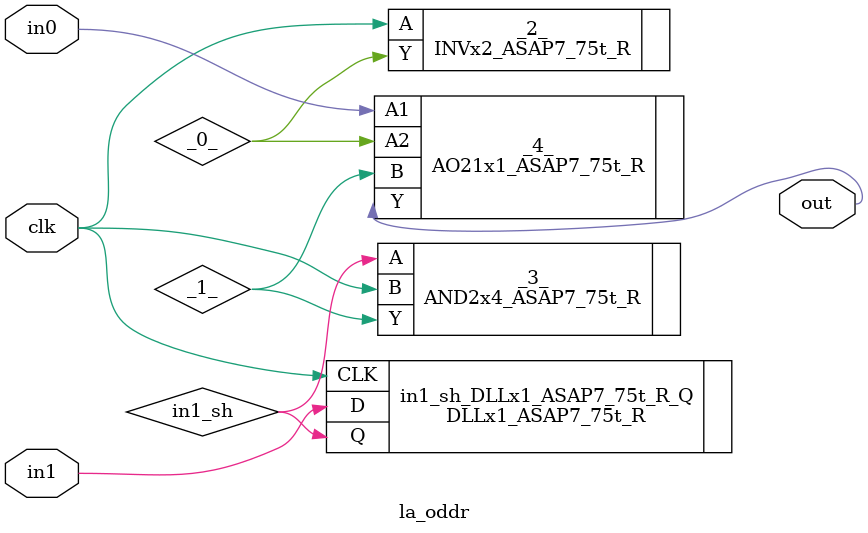
<source format=v>
/* Generated by Yosys 0.37 (git sha1 a5c7f69ed, clang 14.0.0-1ubuntu1.1 -fPIC -Os) */

module la_oddr(clk, in0, in1, out);
  wire _0_;
  wire _1_;
  input clk;
  wire clk;
  input in0;
  wire in0;
  input in1;
  wire in1;
  wire in1_sh;
  output out;
  wire out;
  INVx2_ASAP7_75t_R _2_ (
    .A(clk),
    .Y(_0_)
  );
  AND2x4_ASAP7_75t_R _3_ (
    .A(in1_sh),
    .B(clk),
    .Y(_1_)
  );
  AO21x1_ASAP7_75t_R _4_ (
    .A1(in0),
    .A2(_0_),
    .B(_1_),
    .Y(out)
  );
  DLLx1_ASAP7_75t_R in1_sh_DLLx1_ASAP7_75t_R_Q (
    .CLK(clk),
    .D(in1),
    .Q(in1_sh)
  );
endmodule

</source>
